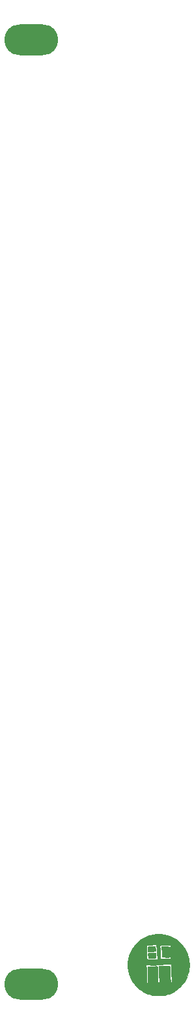
<source format=gbr>
%TF.GenerationSoftware,KiCad,Pcbnew,7.0.2-0*%
%TF.CreationDate,2024-05-25T15:48:21+01:00*%
%TF.ProjectId,dual-vca-panel,6475616c-2d76-4636-912d-70616e656c2e,rev?*%
%TF.SameCoordinates,Original*%
%TF.FileFunction,Copper,L1,Top*%
%TF.FilePolarity,Positive*%
%FSLAX46Y46*%
G04 Gerber Fmt 4.6, Leading zero omitted, Abs format (unit mm)*
G04 Created by KiCad (PCBNEW 7.0.2-0) date 2024-05-25 15:48:21*
%MOMM*%
%LPD*%
G01*
G04 APERTURE LIST*
%TA.AperFunction,EtchedComponent*%
%ADD10C,0.053300*%
%TD*%
%TA.AperFunction,ComponentPad*%
%ADD11O,7.000000X4.000000*%
%TD*%
G04 APERTURE END LIST*
%TO.C,REF\u002A\u002A*%
D10*
X98577656Y-158910943D02*
X98594565Y-158919969D01*
X98604702Y-158935743D01*
X98609216Y-159009016D01*
X98632891Y-159161175D01*
X98647551Y-159304317D01*
X98657688Y-159464381D01*
X98655432Y-159516219D01*
X98643033Y-159535384D01*
X98610351Y-159555670D01*
X98559622Y-159574835D01*
X98457053Y-159586117D01*
X98124542Y-159608660D01*
X97758225Y-159612029D01*
X97714260Y-159599632D01*
X97701863Y-159574835D01*
X97699621Y-159532007D01*
X97697364Y-159451983D01*
X97681576Y-159357303D01*
X97657913Y-159175833D01*
X97660170Y-159075507D01*
X97653399Y-158990969D01*
X97661282Y-158969563D01*
X97696221Y-158967307D01*
X97799924Y-158962795D01*
X97867552Y-158958281D01*
X97987026Y-158941373D01*
X98213581Y-158914333D01*
X98452535Y-158909821D01*
X98577656Y-158910943D01*
%TA.AperFunction,EtchedComponent*%
G36*
X98577656Y-158910943D02*
G01*
X98594565Y-158919969D01*
X98604702Y-158935743D01*
X98609216Y-159009016D01*
X98632891Y-159161175D01*
X98647551Y-159304317D01*
X98657688Y-159464381D01*
X98655432Y-159516219D01*
X98643033Y-159535384D01*
X98610351Y-159555670D01*
X98559622Y-159574835D01*
X98457053Y-159586117D01*
X98124542Y-159608660D01*
X97758225Y-159612029D01*
X97714260Y-159599632D01*
X97701863Y-159574835D01*
X97699621Y-159532007D01*
X97697364Y-159451983D01*
X97681576Y-159357303D01*
X97657913Y-159175833D01*
X97660170Y-159075507D01*
X97653399Y-158990969D01*
X97661282Y-158969563D01*
X97696221Y-158967307D01*
X97799924Y-158962795D01*
X97867552Y-158958281D01*
X97987026Y-158941373D01*
X98213581Y-158914333D01*
X98452535Y-158909821D01*
X98577656Y-158910943D01*
G37*
%TD.AperFunction*%
X98492000Y-158087000D02*
X98516798Y-158103908D01*
X98534828Y-158127571D01*
X98555116Y-158165901D01*
X98569771Y-158232392D01*
X98582166Y-158295522D01*
X98597956Y-158375546D01*
X98618240Y-158598724D01*
X98620497Y-158641552D01*
X98611473Y-158667472D01*
X98595695Y-158688894D01*
X98567511Y-158701291D01*
X98484107Y-158719319D01*
X98307147Y-158749749D01*
X98108768Y-158773426D01*
X97886723Y-158785822D01*
X97826984Y-158797090D01*
X97718772Y-158801602D01*
X97671432Y-158795974D01*
X97641003Y-158775689D01*
X97627479Y-158756525D01*
X97616197Y-158662980D01*
X97615069Y-158557024D01*
X97594769Y-158160263D01*
X97603794Y-158148997D01*
X97612818Y-158142226D01*
X97631969Y-158133215D01*
X97669167Y-158123075D01*
X97723271Y-158109538D01*
X97804434Y-158093760D01*
X97997166Y-158085879D01*
X98138063Y-158083621D01*
X98450278Y-158075723D01*
X98492000Y-158087000D01*
%TA.AperFunction,EtchedComponent*%
G36*
X98492000Y-158087000D02*
G01*
X98516798Y-158103908D01*
X98534828Y-158127571D01*
X98555116Y-158165901D01*
X98569771Y-158232392D01*
X98582166Y-158295522D01*
X98597956Y-158375546D01*
X98618240Y-158598724D01*
X98620497Y-158641552D01*
X98611473Y-158667472D01*
X98595695Y-158688894D01*
X98567511Y-158701291D01*
X98484107Y-158719319D01*
X98307147Y-158749749D01*
X98108768Y-158773426D01*
X97886723Y-158785822D01*
X97826984Y-158797090D01*
X97718772Y-158801602D01*
X97671432Y-158795974D01*
X97641003Y-158775689D01*
X97627479Y-158756525D01*
X97616197Y-158662980D01*
X97615069Y-158557024D01*
X97594769Y-158160263D01*
X97603794Y-158148997D01*
X97612818Y-158142226D01*
X97631969Y-158133215D01*
X97669167Y-158123075D01*
X97723271Y-158109538D01*
X97804434Y-158093760D01*
X97997166Y-158085879D01*
X98138063Y-158083621D01*
X98450278Y-158075723D01*
X98492000Y-158087000D01*
G37*
%TD.AperFunction*%
X99210167Y-156487252D02*
X99413178Y-156502690D01*
X99613236Y-156528111D01*
X99810092Y-156563266D01*
X100003494Y-156607903D01*
X100193190Y-156661771D01*
X100378931Y-156724619D01*
X100560463Y-156796195D01*
X100737537Y-156876249D01*
X100909901Y-156964529D01*
X101077305Y-157060784D01*
X101239495Y-157164762D01*
X101396223Y-157276214D01*
X101547236Y-157394887D01*
X101692283Y-157520530D01*
X101831114Y-157652893D01*
X101963476Y-157791724D01*
X102089119Y-157936771D01*
X102207792Y-158087784D01*
X102319243Y-158244512D01*
X102423222Y-158406703D01*
X102519477Y-158574107D01*
X102607756Y-158746471D01*
X102687810Y-158923545D01*
X102759386Y-159105078D01*
X102822233Y-159290818D01*
X102876101Y-159480515D01*
X102920738Y-159673917D01*
X102955892Y-159870773D01*
X102981314Y-160070831D01*
X102996751Y-160273842D01*
X103001952Y-160479553D01*
X102996751Y-160685263D01*
X102981314Y-160888274D01*
X102955892Y-161088332D01*
X102920738Y-161285188D01*
X102876101Y-161478590D01*
X102822233Y-161668287D01*
X102759386Y-161854027D01*
X102687810Y-162035560D01*
X102607756Y-162212634D01*
X102519477Y-162384998D01*
X102423222Y-162552401D01*
X102319243Y-162714592D01*
X102207792Y-162871320D01*
X102089119Y-163022333D01*
X101963476Y-163167381D01*
X101831113Y-163306211D01*
X101692283Y-163438574D01*
X101547235Y-163564217D01*
X101396222Y-163682890D01*
X101239494Y-163794341D01*
X101077303Y-163898320D01*
X100909900Y-163994575D01*
X100737536Y-164082855D01*
X100560462Y-164162908D01*
X100378929Y-164234485D01*
X100193188Y-164297332D01*
X100003491Y-164351200D01*
X99810089Y-164395837D01*
X99613233Y-164430992D01*
X99413174Y-164456414D01*
X99210164Y-164471851D01*
X99004452Y-164477053D01*
X98798742Y-164471851D01*
X98595731Y-164456414D01*
X98395673Y-164430992D01*
X98198817Y-164395838D01*
X98005415Y-164351201D01*
X97815718Y-164297333D01*
X97629978Y-164234485D01*
X97448445Y-164162909D01*
X97271371Y-164082856D01*
X97099007Y-163994576D01*
X96931603Y-163898321D01*
X96769412Y-163794342D01*
X96612684Y-163682891D01*
X96461671Y-163564218D01*
X96316624Y-163438575D01*
X96177793Y-163306212D01*
X96045430Y-163167381D01*
X95919787Y-163022334D01*
X95801114Y-162871321D01*
X95689663Y-162714593D01*
X95585684Y-162552402D01*
X95489429Y-162384998D01*
X95401149Y-162212634D01*
X95321096Y-162035560D01*
X95249520Y-161854027D01*
X95186672Y-161668287D01*
X95132804Y-161478590D01*
X95088167Y-161285188D01*
X95053013Y-161088332D01*
X95027591Y-160888274D01*
X95012154Y-160685263D01*
X95010240Y-160609558D01*
X97372750Y-160609558D01*
X97376135Y-160633218D01*
X97387401Y-160670416D01*
X97399800Y-160734666D01*
X97413323Y-160805683D01*
X97412197Y-160917271D01*
X97413323Y-161182143D01*
X97407697Y-161440262D01*
X97412209Y-161628486D01*
X97438129Y-161967764D01*
X97449409Y-162146979D01*
X97449409Y-162354367D01*
X97450537Y-162575290D01*
X97438141Y-162681248D01*
X97439267Y-162744363D01*
X97449407Y-162779305D01*
X97460689Y-162800725D01*
X97476467Y-162821010D01*
X97491121Y-162834535D01*
X97513663Y-162839047D01*
X97533949Y-162840175D01*
X97561003Y-162835664D01*
X97584664Y-162823265D01*
X97602709Y-162807479D01*
X97619605Y-162790579D01*
X97642145Y-162747737D01*
X97650042Y-162698144D01*
X97644402Y-162441157D01*
X97642145Y-162136833D01*
X97643274Y-161688221D01*
X97645531Y-161425604D01*
X97638760Y-161248644D01*
X97627494Y-161075060D01*
X97600442Y-160825963D01*
X97594801Y-160788767D01*
X97600442Y-160759460D01*
X97609453Y-160740294D01*
X97626361Y-160727898D01*
X97653415Y-160718887D01*
X97730060Y-160715501D01*
X97876591Y-160707604D01*
X98105401Y-160696336D01*
X98572032Y-160672661D01*
X98745614Y-160667033D01*
X98795212Y-160672661D01*
X98826772Y-160687315D01*
X98844803Y-160710992D01*
X98854945Y-160744796D01*
X98872975Y-160881183D01*
X98879742Y-161157333D01*
X98886513Y-161547330D01*
X98889884Y-161805449D01*
X98894393Y-162263069D01*
X98892137Y-162682360D01*
X98909049Y-162718436D01*
X98923700Y-162752240D01*
X98962019Y-162780415D01*
X98991326Y-162787183D01*
X99030779Y-162779302D01*
X99069097Y-162753385D01*
X99097270Y-162730842D01*
X99116435Y-162702654D01*
X99128833Y-162655316D01*
X99131090Y-162566268D01*
X99122063Y-162436648D01*
X99111925Y-162320560D01*
X99096151Y-162052297D01*
X99073611Y-161566501D01*
X99062326Y-161090836D01*
X99053315Y-160754946D01*
X99065714Y-160694085D01*
X99081488Y-160669288D01*
X99122063Y-160659148D01*
X99188566Y-160647868D01*
X99275360Y-160641111D01*
X99453439Y-160630974D01*
X99738612Y-160616318D01*
X100125232Y-160600530D01*
X100359672Y-160599404D01*
X100397990Y-160603915D01*
X100420531Y-160612927D01*
X100436321Y-160630970D01*
X100453217Y-160659144D01*
X100467872Y-160694083D01*
X100476896Y-160747055D01*
X100485907Y-160800027D01*
X100492678Y-160944301D01*
X100497192Y-161209189D01*
X100501705Y-161634126D01*
X100507333Y-161831372D01*
X100518614Y-162098499D01*
X100534383Y-162290113D01*
X100554671Y-162482863D01*
X100565951Y-162605715D01*
X100582848Y-162685741D01*
X100594128Y-162721817D01*
X100611036Y-162747735D01*
X100624561Y-162768022D01*
X100649359Y-162783810D01*
X100666267Y-162789436D01*
X100693321Y-162789436D01*
X100713609Y-162787179D01*
X100730517Y-162771405D01*
X100747426Y-162759009D01*
X100766579Y-162728579D01*
X100771093Y-162692504D01*
X100774460Y-162631645D01*
X100769962Y-162532454D01*
X100732766Y-162132315D01*
X100706834Y-161776140D01*
X100675282Y-161348949D01*
X100660627Y-161069420D01*
X100660627Y-160697458D01*
X100662884Y-160665909D01*
X100675278Y-160598267D01*
X100686547Y-160543040D01*
X100692171Y-160487814D01*
X100692171Y-160451738D01*
X100678650Y-160422443D01*
X100663994Y-160403278D01*
X100631308Y-160387500D01*
X100590732Y-160377362D01*
X100449858Y-160378479D01*
X100250357Y-160388618D01*
X99826542Y-160414550D01*
X99384708Y-160442723D01*
X98971050Y-160470897D01*
X98410850Y-160502461D01*
X97965627Y-160502461D01*
X97850663Y-160499090D01*
X97690613Y-160478790D01*
X97538450Y-160451738D01*
X97524913Y-160443855D01*
X97488854Y-160443855D01*
X97451656Y-160450626D01*
X97424603Y-160461906D01*
X97395294Y-160482192D01*
X97379521Y-160505854D01*
X97372750Y-160546442D01*
X97372750Y-160609558D01*
X95010240Y-160609558D01*
X95006952Y-160479553D01*
X95012154Y-160273842D01*
X95027591Y-160070831D01*
X95053013Y-159870773D01*
X95088167Y-159673917D01*
X95132804Y-159480515D01*
X95186672Y-159290818D01*
X95249520Y-159105078D01*
X95321096Y-158923545D01*
X95401150Y-158746471D01*
X95489430Y-158574106D01*
X95585685Y-158406703D01*
X95689663Y-158244512D01*
X95801115Y-158087784D01*
X95877013Y-157991202D01*
X97424589Y-157991202D01*
X97425716Y-158023886D01*
X97438112Y-158065580D01*
X97440369Y-158269594D01*
X97448266Y-158500661D01*
X97464044Y-158720462D01*
X97473070Y-158926731D01*
X97475312Y-159232176D01*
X97478696Y-159573712D01*
X97483209Y-159672890D01*
X97491090Y-159707829D01*
X97505748Y-159734883D01*
X97518144Y-159756305D01*
X97537295Y-159775468D01*
X97573371Y-159794619D01*
X97602678Y-159801390D01*
X97715388Y-159796876D01*
X97833731Y-159799135D01*
X98109878Y-159790122D01*
X98429995Y-159783353D01*
X98754491Y-159775848D01*
X98826223Y-159772662D01*
X98867665Y-159758316D01*
X98899538Y-159735999D01*
X98913884Y-159707306D01*
X98917068Y-159662685D01*
X98902722Y-159594134D01*
X98877213Y-159433145D01*
X98843742Y-159160567D01*
X98803894Y-158762056D01*
X98772009Y-158462381D01*
X98767227Y-158280659D01*
X98757667Y-158143572D01*
X98759261Y-158051119D01*
X98754596Y-158012846D01*
X99159356Y-158012846D01*
X99168933Y-158098923D01*
X99192836Y-158353961D01*
X99215152Y-158618566D01*
X99219947Y-158897518D01*
X99224729Y-159107933D01*
X99231101Y-159369346D01*
X99219947Y-159402829D01*
X99227917Y-159543098D01*
X99242263Y-159606856D01*
X99258192Y-159653090D01*
X99274136Y-159686559D01*
X99306022Y-159705698D01*
X99403251Y-159707276D01*
X99613666Y-159678585D01*
X99709297Y-159675411D01*
X100256050Y-159688157D01*
X100429802Y-159718446D01*
X100490380Y-159716852D01*
X100523851Y-159705698D01*
X100549348Y-159688157D01*
X100573271Y-159669034D01*
X100592400Y-159643524D01*
X100603566Y-159621205D01*
X100611532Y-159590928D01*
X100606738Y-159552666D01*
X100590810Y-159523973D01*
X100568493Y-159503255D01*
X100539800Y-159487312D01*
X100507915Y-159477750D01*
X100423430Y-159477750D01*
X100268807Y-159506441D01*
X100042459Y-159504861D01*
X99706121Y-159472976D01*
X99554690Y-159469790D01*
X99518023Y-159458633D01*
X99487736Y-159439511D01*
X99465415Y-159388501D01*
X99455855Y-159350240D01*
X99452667Y-159033025D01*
X99462243Y-158977239D01*
X99457461Y-158717412D01*
X99427174Y-158374700D01*
X99417597Y-158245586D01*
X99416003Y-158178632D01*
X99417597Y-158151537D01*
X99423970Y-158124442D01*
X99443106Y-158105319D01*
X99468607Y-158095757D01*
X99518019Y-158092571D01*
X99541934Y-158098959D01*
X99616846Y-158110116D01*
X100244900Y-158108520D01*
X100275187Y-158116488D01*
X100338945Y-158132434D01*
X100364446Y-158141995D01*
X100394733Y-158149949D01*
X100477616Y-158145167D01*
X100495158Y-158137198D01*
X100552540Y-158089383D01*
X100571669Y-158059094D01*
X100584413Y-158020830D01*
X100582835Y-157995331D01*
X100573259Y-157963446D01*
X100550942Y-157942726D01*
X100527027Y-157926797D01*
X100469641Y-157907658D01*
X100305458Y-157907658D01*
X100161997Y-157934755D01*
X99408025Y-157909257D01*
X99307603Y-157896508D01*
X99250209Y-157920380D01*
X99213562Y-157947489D01*
X99186451Y-157961836D01*
X99165733Y-157987335D01*
X99159356Y-158012846D01*
X98754596Y-158012846D01*
X98751294Y-157985763D01*
X98732170Y-157928377D01*
X98705063Y-157888534D01*
X98677968Y-157864619D01*
X98636527Y-157842302D01*
X98599863Y-157834334D01*
X98526533Y-157834334D01*
X98446830Y-157845496D01*
X98067455Y-157886938D01*
X97979794Y-157898104D01*
X97872982Y-157909261D01*
X97817196Y-157906073D01*
X97708801Y-157907669D01*
X97673731Y-157899700D01*
X97598823Y-157894918D01*
X97536645Y-157891732D01*
X97484053Y-157901292D01*
X97476437Y-157908907D01*
X97453894Y-157926952D01*
X97436986Y-157943848D01*
X97424589Y-157991202D01*
X95877013Y-157991202D01*
X95919788Y-157936771D01*
X96045432Y-157791723D01*
X96177794Y-157652892D01*
X96316625Y-157520530D01*
X96461673Y-157394886D01*
X96612686Y-157276213D01*
X96769414Y-157164761D01*
X96931605Y-157060783D01*
X97099009Y-156964528D01*
X97271373Y-156876248D01*
X97448448Y-156796194D01*
X97629981Y-156724618D01*
X97815721Y-156661770D01*
X98005418Y-156607903D01*
X98198820Y-156563266D01*
X98395676Y-156528111D01*
X98595735Y-156502689D01*
X98798745Y-156487252D01*
X99004456Y-156482051D01*
X99210167Y-156487252D01*
%TA.AperFunction,EtchedComponent*%
G36*
X99210167Y-156487252D02*
G01*
X99413178Y-156502690D01*
X99613236Y-156528111D01*
X99810092Y-156563266D01*
X100003494Y-156607903D01*
X100193190Y-156661771D01*
X100378931Y-156724619D01*
X100560463Y-156796195D01*
X100737537Y-156876249D01*
X100909901Y-156964529D01*
X101077305Y-157060784D01*
X101239495Y-157164762D01*
X101396223Y-157276214D01*
X101547236Y-157394887D01*
X101692283Y-157520530D01*
X101831114Y-157652893D01*
X101963476Y-157791724D01*
X102089119Y-157936771D01*
X102207792Y-158087784D01*
X102319243Y-158244512D01*
X102423222Y-158406703D01*
X102519477Y-158574107D01*
X102607756Y-158746471D01*
X102687810Y-158923545D01*
X102759386Y-159105078D01*
X102822233Y-159290818D01*
X102876101Y-159480515D01*
X102920738Y-159673917D01*
X102955892Y-159870773D01*
X102981314Y-160070831D01*
X102996751Y-160273842D01*
X103001952Y-160479553D01*
X102996751Y-160685263D01*
X102981314Y-160888274D01*
X102955892Y-161088332D01*
X102920738Y-161285188D01*
X102876101Y-161478590D01*
X102822233Y-161668287D01*
X102759386Y-161854027D01*
X102687810Y-162035560D01*
X102607756Y-162212634D01*
X102519477Y-162384998D01*
X102423222Y-162552401D01*
X102319243Y-162714592D01*
X102207792Y-162871320D01*
X102089119Y-163022333D01*
X101963476Y-163167381D01*
X101831113Y-163306211D01*
X101692283Y-163438574D01*
X101547235Y-163564217D01*
X101396222Y-163682890D01*
X101239494Y-163794341D01*
X101077303Y-163898320D01*
X100909900Y-163994575D01*
X100737536Y-164082855D01*
X100560462Y-164162908D01*
X100378929Y-164234485D01*
X100193188Y-164297332D01*
X100003491Y-164351200D01*
X99810089Y-164395837D01*
X99613233Y-164430992D01*
X99413174Y-164456414D01*
X99210164Y-164471851D01*
X99004452Y-164477053D01*
X98798742Y-164471851D01*
X98595731Y-164456414D01*
X98395673Y-164430992D01*
X98198817Y-164395838D01*
X98005415Y-164351201D01*
X97815718Y-164297333D01*
X97629978Y-164234485D01*
X97448445Y-164162909D01*
X97271371Y-164082856D01*
X97099007Y-163994576D01*
X96931603Y-163898321D01*
X96769412Y-163794342D01*
X96612684Y-163682891D01*
X96461671Y-163564218D01*
X96316624Y-163438575D01*
X96177793Y-163306212D01*
X96045430Y-163167381D01*
X95919787Y-163022334D01*
X95801114Y-162871321D01*
X95689663Y-162714593D01*
X95585684Y-162552402D01*
X95489429Y-162384998D01*
X95401149Y-162212634D01*
X95321096Y-162035560D01*
X95249520Y-161854027D01*
X95186672Y-161668287D01*
X95132804Y-161478590D01*
X95088167Y-161285188D01*
X95053013Y-161088332D01*
X95027591Y-160888274D01*
X95012154Y-160685263D01*
X95010240Y-160609558D01*
X97372750Y-160609558D01*
X97376135Y-160633218D01*
X97387401Y-160670416D01*
X97399800Y-160734666D01*
X97413323Y-160805683D01*
X97412197Y-160917271D01*
X97413323Y-161182143D01*
X97407697Y-161440262D01*
X97412209Y-161628486D01*
X97438129Y-161967764D01*
X97449409Y-162146979D01*
X97449409Y-162354367D01*
X97450537Y-162575290D01*
X97438141Y-162681248D01*
X97439267Y-162744363D01*
X97449407Y-162779305D01*
X97460689Y-162800725D01*
X97476467Y-162821010D01*
X97491121Y-162834535D01*
X97513663Y-162839047D01*
X97533949Y-162840175D01*
X97561003Y-162835664D01*
X97584664Y-162823265D01*
X97602709Y-162807479D01*
X97619605Y-162790579D01*
X97642145Y-162747737D01*
X97650042Y-162698144D01*
X97644402Y-162441157D01*
X97642145Y-162136833D01*
X97643274Y-161688221D01*
X97645531Y-161425604D01*
X97638760Y-161248644D01*
X97627494Y-161075060D01*
X97600442Y-160825963D01*
X97594801Y-160788767D01*
X97600442Y-160759460D01*
X97609453Y-160740294D01*
X97626361Y-160727898D01*
X97653415Y-160718887D01*
X97730060Y-160715501D01*
X97876591Y-160707604D01*
X98105401Y-160696336D01*
X98572032Y-160672661D01*
X98745614Y-160667033D01*
X98795212Y-160672661D01*
X98826772Y-160687315D01*
X98844803Y-160710992D01*
X98854945Y-160744796D01*
X98872975Y-160881183D01*
X98879742Y-161157333D01*
X98886513Y-161547330D01*
X98889884Y-161805449D01*
X98894393Y-162263069D01*
X98892137Y-162682360D01*
X98909049Y-162718436D01*
X98923700Y-162752240D01*
X98962019Y-162780415D01*
X98991326Y-162787183D01*
X99030779Y-162779302D01*
X99069097Y-162753385D01*
X99097270Y-162730842D01*
X99116435Y-162702654D01*
X99128833Y-162655316D01*
X99131090Y-162566268D01*
X99122063Y-162436648D01*
X99111925Y-162320560D01*
X99096151Y-162052297D01*
X99073611Y-161566501D01*
X99062326Y-161090836D01*
X99053315Y-160754946D01*
X99065714Y-160694085D01*
X99081488Y-160669288D01*
X99122063Y-160659148D01*
X99188566Y-160647868D01*
X99275360Y-160641111D01*
X99453439Y-160630974D01*
X99738612Y-160616318D01*
X100125232Y-160600530D01*
X100359672Y-160599404D01*
X100397990Y-160603915D01*
X100420531Y-160612927D01*
X100436321Y-160630970D01*
X100453217Y-160659144D01*
X100467872Y-160694083D01*
X100476896Y-160747055D01*
X100485907Y-160800027D01*
X100492678Y-160944301D01*
X100497192Y-161209189D01*
X100501705Y-161634126D01*
X100507333Y-161831372D01*
X100518614Y-162098499D01*
X100534383Y-162290113D01*
X100554671Y-162482863D01*
X100565951Y-162605715D01*
X100582848Y-162685741D01*
X100594128Y-162721817D01*
X100611036Y-162747735D01*
X100624561Y-162768022D01*
X100649359Y-162783810D01*
X100666267Y-162789436D01*
X100693321Y-162789436D01*
X100713609Y-162787179D01*
X100730517Y-162771405D01*
X100747426Y-162759009D01*
X100766579Y-162728579D01*
X100771093Y-162692504D01*
X100774460Y-162631645D01*
X100769962Y-162532454D01*
X100732766Y-162132315D01*
X100706834Y-161776140D01*
X100675282Y-161348949D01*
X100660627Y-161069420D01*
X100660627Y-160697458D01*
X100662884Y-160665909D01*
X100675278Y-160598267D01*
X100686547Y-160543040D01*
X100692171Y-160487814D01*
X100692171Y-160451738D01*
X100678650Y-160422443D01*
X100663994Y-160403278D01*
X100631308Y-160387500D01*
X100590732Y-160377362D01*
X100449858Y-160378479D01*
X100250357Y-160388618D01*
X99826542Y-160414550D01*
X99384708Y-160442723D01*
X98971050Y-160470897D01*
X98410850Y-160502461D01*
X97965627Y-160502461D01*
X97850663Y-160499090D01*
X97690613Y-160478790D01*
X97538450Y-160451738D01*
X97524913Y-160443855D01*
X97488854Y-160443855D01*
X97451656Y-160450626D01*
X97424603Y-160461906D01*
X97395294Y-160482192D01*
X97379521Y-160505854D01*
X97372750Y-160546442D01*
X97372750Y-160609558D01*
X95010240Y-160609558D01*
X95006952Y-160479553D01*
X95012154Y-160273842D01*
X95027591Y-160070831D01*
X95053013Y-159870773D01*
X95088167Y-159673917D01*
X95132804Y-159480515D01*
X95186672Y-159290818D01*
X95249520Y-159105078D01*
X95321096Y-158923545D01*
X95401150Y-158746471D01*
X95489430Y-158574106D01*
X95585685Y-158406703D01*
X95689663Y-158244512D01*
X95801115Y-158087784D01*
X95877013Y-157991202D01*
X97424589Y-157991202D01*
X97425716Y-158023886D01*
X97438112Y-158065580D01*
X97440369Y-158269594D01*
X97448266Y-158500661D01*
X97464044Y-158720462D01*
X97473070Y-158926731D01*
X97475312Y-159232176D01*
X97478696Y-159573712D01*
X97483209Y-159672890D01*
X97491090Y-159707829D01*
X97505748Y-159734883D01*
X97518144Y-159756305D01*
X97537295Y-159775468D01*
X97573371Y-159794619D01*
X97602678Y-159801390D01*
X97715388Y-159796876D01*
X97833731Y-159799135D01*
X98109878Y-159790122D01*
X98429995Y-159783353D01*
X98754491Y-159775848D01*
X98826223Y-159772662D01*
X98867665Y-159758316D01*
X98899538Y-159735999D01*
X98913884Y-159707306D01*
X98917068Y-159662685D01*
X98902722Y-159594134D01*
X98877213Y-159433145D01*
X98843742Y-159160567D01*
X98803894Y-158762056D01*
X98772009Y-158462381D01*
X98767227Y-158280659D01*
X98757667Y-158143572D01*
X98759261Y-158051119D01*
X98754596Y-158012846D01*
X99159356Y-158012846D01*
X99168933Y-158098923D01*
X99192836Y-158353961D01*
X99215152Y-158618566D01*
X99219947Y-158897518D01*
X99224729Y-159107933D01*
X99231101Y-159369346D01*
X99219947Y-159402829D01*
X99227917Y-159543098D01*
X99242263Y-159606856D01*
X99258192Y-159653090D01*
X99274136Y-159686559D01*
X99306022Y-159705698D01*
X99403251Y-159707276D01*
X99613666Y-159678585D01*
X99709297Y-159675411D01*
X100256050Y-159688157D01*
X100429802Y-159718446D01*
X100490380Y-159716852D01*
X100523851Y-159705698D01*
X100549348Y-159688157D01*
X100573271Y-159669034D01*
X100592400Y-159643524D01*
X100603566Y-159621205D01*
X100611532Y-159590928D01*
X100606738Y-159552666D01*
X100590810Y-159523973D01*
X100568493Y-159503255D01*
X100539800Y-159487312D01*
X100507915Y-159477750D01*
X100423430Y-159477750D01*
X100268807Y-159506441D01*
X100042459Y-159504861D01*
X99706121Y-159472976D01*
X99554690Y-159469790D01*
X99518023Y-159458633D01*
X99487736Y-159439511D01*
X99465415Y-159388501D01*
X99455855Y-159350240D01*
X99452667Y-159033025D01*
X99462243Y-158977239D01*
X99457461Y-158717412D01*
X99427174Y-158374700D01*
X99417597Y-158245586D01*
X99416003Y-158178632D01*
X99417597Y-158151537D01*
X99423970Y-158124442D01*
X99443106Y-158105319D01*
X99468607Y-158095757D01*
X99518019Y-158092571D01*
X99541934Y-158098959D01*
X99616846Y-158110116D01*
X100244900Y-158108520D01*
X100275187Y-158116488D01*
X100338945Y-158132434D01*
X100364446Y-158141995D01*
X100394733Y-158149949D01*
X100477616Y-158145167D01*
X100495158Y-158137198D01*
X100552540Y-158089383D01*
X100571669Y-158059094D01*
X100584413Y-158020830D01*
X100582835Y-157995331D01*
X100573259Y-157963446D01*
X100550942Y-157942726D01*
X100527027Y-157926797D01*
X100469641Y-157907658D01*
X100305458Y-157907658D01*
X100161997Y-157934755D01*
X99408025Y-157909257D01*
X99307603Y-157896508D01*
X99250209Y-157920380D01*
X99213562Y-157947489D01*
X99186451Y-157961836D01*
X99165733Y-157987335D01*
X99159356Y-158012846D01*
X98754596Y-158012846D01*
X98751294Y-157985763D01*
X98732170Y-157928377D01*
X98705063Y-157888534D01*
X98677968Y-157864619D01*
X98636527Y-157842302D01*
X98599863Y-157834334D01*
X98526533Y-157834334D01*
X98446830Y-157845496D01*
X98067455Y-157886938D01*
X97979794Y-157898104D01*
X97872982Y-157909261D01*
X97817196Y-157906073D01*
X97708801Y-157907669D01*
X97673731Y-157899700D01*
X97598823Y-157894918D01*
X97536645Y-157891732D01*
X97484053Y-157901292D01*
X97476437Y-157908907D01*
X97453894Y-157926952D01*
X97436986Y-157943848D01*
X97424589Y-157991202D01*
X95877013Y-157991202D01*
X95919788Y-157936771D01*
X96045432Y-157791723D01*
X96177794Y-157652892D01*
X96316625Y-157520530D01*
X96461673Y-157394886D01*
X96612686Y-157276213D01*
X96769414Y-157164761D01*
X96931605Y-157060783D01*
X97099009Y-156964528D01*
X97271373Y-156876248D01*
X97448448Y-156796194D01*
X97629981Y-156724618D01*
X97815721Y-156661770D01*
X98005418Y-156607903D01*
X98198820Y-156563266D01*
X98395676Y-156528111D01*
X98595735Y-156502689D01*
X98798745Y-156487252D01*
X99004456Y-156482051D01*
X99210167Y-156487252D01*
G37*
%TD.AperFunction*%
%TD*%
D11*
%TO.P,REF\u002A\u002A,*%
%TO.N,*%
X82500000Y-163000000D03*
%TD*%
%TO.P,REF\u002A\u002A,*%
%TO.N,*%
X82500000Y-40500000D03*
%TD*%
M02*

</source>
